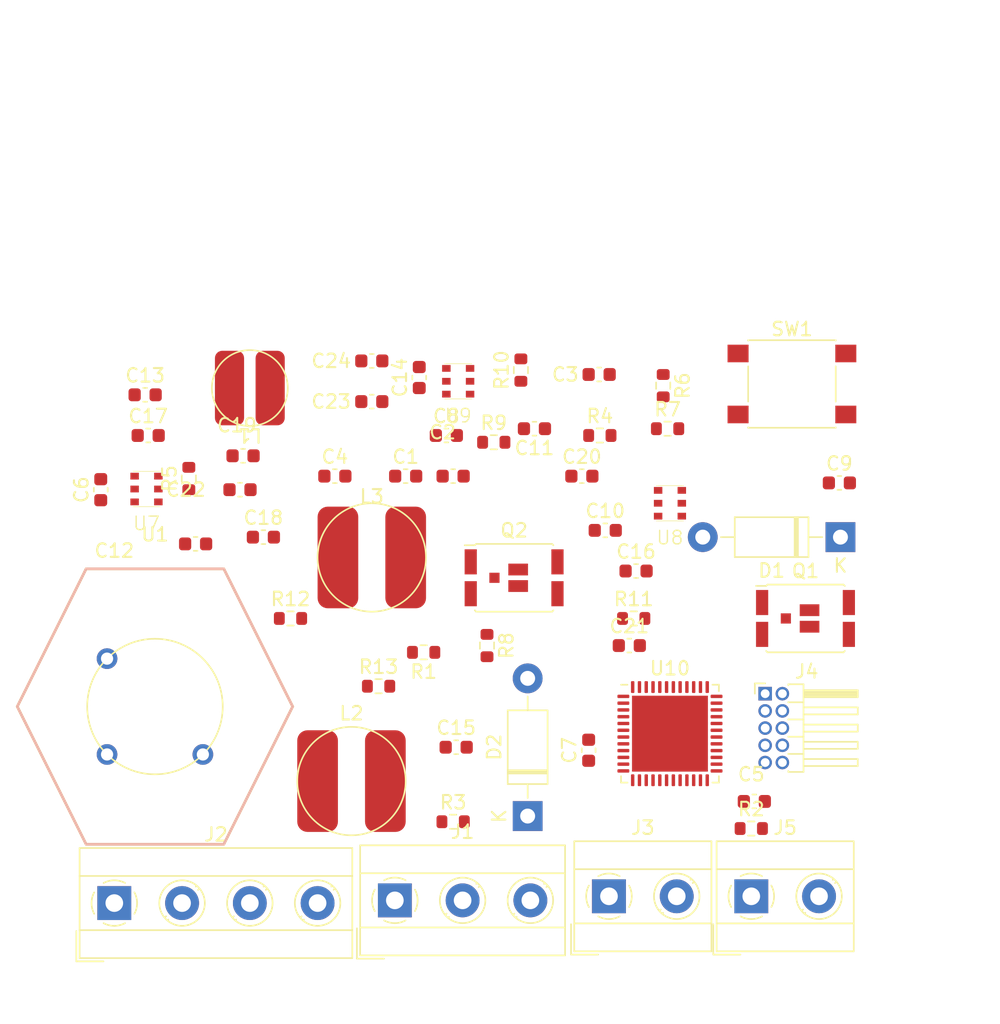
<source format=kicad_pcb>
(kicad_pcb (version 20211014) (generator pcbnew)
  (layers (0 "F.Cu" signal) (31 "B.Cu" signal) (34 "B.Paste" user) (35 "F.Paste" user) (36 "B.SilkS" user "B.Silkscreen") (37 "F.SilkS" user "F.Silkscreen") (38 "B.Mask" user) (39 "F.Mask" user) (44 "Edge.Cuts" user))
  (net 0 "")
  (net 1 "GND12V")
  (net 2 "Net-(C5-Pad2)")
  (net 3 "+5V")
  (net 4 "temper")
  (net 5 "I2C_1_SDA")
  (net 6 "I2C_1_CLK")
  (net 7 "+BATT")
  (net 8 "+3.3V")
  (net 9 "SWDIO")
  (net 10 "SWDLK")
  (net 11 "TDO")
  (net 13 "TDI")
  (net 15 "RST")
  (net 16 "Net-(C6-Pad1)")
  (net 17 "Net-(C10-Pad1)")
  (net 18 "+12V")
  (net 19 "Net-(C14-Pad1)")
  (net 20 "peri_power_1")
  (net 21 "peri_power_2")
  (net 22 "Net-(C6-Pad2)")
  (net 23 "Net-(R4-Pad2)")
  (net 24 "Net-(C10-Pad2)")
  (net 25 "Net-(R6-Pad2)")
  (net 26 "Net-(C14-Pad2)")
  (net 27 "Net-(R10-Pad1)")
  (net 41 "pres")
  (net 42 "acoustic")
  (net 45 "3.3V_GND")
  (net 55 "ch4_B")
  (net 56 "Net-(C18-Pad2)")
  (net 57 "ch4_A")
  (net 58 "Net-(BZ1-Pad1)")
  (net 59 "Net-(R12-Pad2)")
  (net 60 "Net-(U1-Pad1)")
  (net 61 "Net-(U1-Pad3)")
  (footprint "TerminalBlock_MetzConnect:TerminalBlock_MetzConnect_Type055_RT01502HDWU_1x02_P5.00mm_Horizontal" (layer "F.Cu") (at 150.5 114)
    (fp_text reference "J3" (at 2.5 -5.06) (layer "F.SilkS"))
    (fp_text value "Screw_Terminal_01x02")
    (pad "1" thru_hole rect (at 0 0) (size 2.5 2.5) (drill 1.3) (layers *.Cu *.Mask) (net 7 "+BATT"))
    (pad "2" thru_hole circle (at 5 0) (size 2.5 2.5) (drill 1.3) (layers *.Cu *.Mask) (net 1 "GND12V"))
  )
  (footprint "Capacitor_SMD:C_0603_1608Metric" (layer "F.Cu") (at 149 103.225 90)
    (fp_text reference "C7" (at 0 -1.43 90) (layer "F.SilkS"))
    (fp_text value "10uF 4.5 mR")
    (pad "1" smd roundrect (at -0.775 0 90) (size 0.9 0.95) (layers "F.Cu" "F.Paste" "F.Mask") (net 8 "+3.3V"))
    (pad "2" smd roundrect (at 0.775 0 90) (size 0.9 0.95) (layers "F.Cu" "F.Paste" "F.Mask") (net 1 "GND12V"))
  )
  (footprint "Diode_THT:D_DO-41_SOD81_P10.16mm_Horizontal" (layer "F.Cu") (at 167.58 87.5 180)
    (fp_text reference "D1" (at 5.08 -2.47) (layer "F.SilkS"))
    (fp_text value "1N4004")
    (fp_text user "K" (at 0 -2.1) (layer "F.SilkS"))
    (pad "1" thru_hole rect (at 0 0 180) (size 2.2 2.2) (drill 1.1) (layers *.Cu *.Mask) (net 1 "GND12V"))
    (pad "2" thru_hole oval (at 10.16 0 180) (size 2.2 2.2) (drill 1.1) (layers *.Cu *.Mask) (net 2 "Net-(C5-Pad2)"))
  )
  (footprint "Capacitor_SMD:C_0603_1608Metric" (layer "F.Cu") (at 148.5 83)
    (fp_text reference "C20" (at 0 -1.43) (layer "F.SilkS"))
    (fp_text value "100nF")
    (pad "1" smd roundrect (at -0.775 0) (size 0.9 0.95) (layers "F.Cu" "F.Paste" "F.Mask") (net 8 "+3.3V"))
    (pad "2" smd roundrect (at 0.775 0) (size 0.9 0.95) (layers "F.Cu" "F.Paste" "F.Mask") (net 45 "3.3V_GND"))
  )
  (footprint "Capacitor_SMD:C_0603_1608Metric" (layer "F.Cu") (at 139.225 103)
    (fp_text reference "C15" (at 0 -1.43) (layer "F.SilkS"))
    (fp_text value "10uF 2.2mR")
    (pad "1" smd roundrect (at -0.775 0) (size 0.9 0.95) (layers "F.Cu" "F.Paste" "F.Mask") (net 3 "+5V"))
    (pad "2" smd roundrect (at 0.775 0) (size 0.9 0.95) (layers "F.Cu" "F.Paste" "F.Mask") (net 1 "GND12V"))
  )
  (footprint "Capacitor_SMD:C_0603_1608Metric" (layer "F.Cu") (at 116.5 80)
    (fp_text reference "C17" (at 0 -1.43) (layer "F.SilkS"))
    (fp_text value "100nF 20mR")
    (pad "1" smd roundrect (at -0.775 0) (size 0.9 0.95) (layers "F.Cu" "F.Paste" "F.Mask") (net 7 "+BATT"))
    (pad "2" smd roundrect (at 0.775 0) (size 0.9 0.95) (layers "F.Cu" "F.Paste" "F.Mask") (net 1 "GND12V"))
  )
  (footprint "Connector_PinHeader_1.27mm:PinHeader_2x05_P1.27mm_Horizontal" (layer "F.Cu") (at 162.025 99.05)
    (fp_text reference "J4" (at 3.0675 -1.635) (layer "F.SilkS"))
    (fp_text value "Conn_ARM_JTAG_SWD_10")
    (pad "1" thru_hole rect (at 0 0) (size 1 1) (drill 0.65) (layers *.Cu *.Mask) (net 8 "+3.3V"))
    (pad "2" thru_hole oval (at 1.27 0) (size 1 1) (drill 0.65) (layers *.Cu *.Mask) (net 9 "SWDIO"))
    (pad "3" thru_hole oval (at 0 1.27) (size 1 1) (drill 0.65) (layers *.Cu *.Mask) (net 1 "GND12V"))
    (pad "4" thru_hole oval (at 1.27 1.27) (size 1 1) (drill 0.65) (layers *.Cu *.Mask) (net 10 "SWDLK"))
    (pad "5" thru_hole oval (at 0 2.54) (size 1 1) (drill 0.65) (layers *.Cu *.Mask) (net 1 "GND12V"))
    (pad "6" thru_hole oval (at 1.27 2.54) (size 1 1) (drill 0.65) (layers *.Cu *.Mask) (net 11 "TDO"))
    (pad "7" thru_hole oval (at 0 3.81) (size 1 1) (drill 0.65) (layers *.Cu *.Mask))
    (pad "8" thru_hole oval (at 1.27 3.81) (size 1 1) (drill 0.65) (layers *.Cu *.Mask) (net 13 "TDI"))
    (pad "9" thru_hole oval (at 0 5.08) (size 1 1) (drill 0.65) (layers *.Cu *.Mask))
    (pad "10" thru_hole oval (at 1.27 5.08) (size 1 1) (drill 0.65) (layers *.Cu *.Mask) (net 15 "RST"))
  )
  (footprint "Capacitor_SMD:C_0603_1608Metric" (layer "F.Cu") (at 133 77.5)
    (fp_text reference "C23" (at -3 0) (layer "F.SilkS"))
    (fp_text value "100nF")
    (pad "1" smd roundrect (at -0.775 0) (size 0.9 0.95) (layers "F.Cu" "F.Paste" "F.Mask") (net 8 "+3.3V"))
    (pad "2" smd roundrect (at 0.775 0) (size 0.9 0.95) (layers "F.Cu" "F.Paste" "F.Mask") (net 1 "GND12V"))
  )
  (footprint "Resistor_SMD:R_0603_1608Metric" (layer "F.Cu") (at 119.5 83.175 90)
    (fp_text reference "R5" (at 0 -1.43 90) (layer "F.SilkS"))
    (fp_text value "22kR")
    (pad "1" smd roundrect (at -0.825 0 90) (size 0.8 0.95) (layers "F.Cu" "F.Paste" "F.Mask") (net 23 "Net-(R4-Pad2)"))
    (pad "2" smd roundrect (at 0.825 0 90) (size 0.8 0.95) (layers "F.Cu" "F.Paste" "F.Mask") (net 1 "GND12V"))
  )
  (footprint "Resistor_SMD:R_0603_1608Metric" (layer "F.Cu") (at 136.825 96 180)
    (fp_text reference "R1" (at 0 -1.43) (layer "F.SilkS"))
    (fp_text value "4.7KR")
    (pad "1" smd roundrect (at -0.825 0 180) (size 0.8 0.95) (layers "F.Cu" "F.Paste" "F.Mask") (net 3 "+5V"))
    (pad "2" smd roundrect (at 0.825 0 180) (size 0.8 0.95) (layers "F.Cu" "F.Paste" "F.Mask") (net 4 "temper"))
  )
  (footprint "m12:m12con" (layer "F.Cu") (at 117 100)
    (fp_text reference "U1" (at 0 -12.7 unlocked) (layer "F.SilkS"))
    (fp_text value "4002B")
    (pad "1" thru_hole circle (at -3.535 -3.535) (size 1.524 1.524) (drill 0.9) (layers *.Cu *.Mask) (net 60 "Net-(U1-Pad1)"))
    (pad "2" thru_hole circle (at -3.535 3.535) (size 1.524 1.524) (drill 0.9) (layers *.Cu *.Mask) (net 41 "pres"))
    (pad "3" thru_hole circle (at 3.535 3.535) (size 1.524 1.524) (drill 0.9) (layers *.Cu *.Mask) (net 61 "Net-(U1-Pad3)"))
  )
  (footprint "Resistor_SMD:R_0603_1608Metric" (layer "F.Cu") (at 144 75.175 90)
    (fp_text reference "R10" (at 0 -1.43 90) (layer "F.SilkS"))
    (fp_text value "22kR")
    (pad "1" smd roundrect (at -0.825 0 90) (size 0.8 0.95) (layers "F.Cu" "F.Paste" "F.Mask") (net 27 "Net-(R10-Pad1)"))
    (pad "2" smd roundrect (at 0.825 0 90) (size 0.8 0.95) (layers "F.Cu" "F.Paste" "F.Mask") (net 1 "GND12V"))
  )
  (footprint "Resistor_SMD:R_0603_1608Metric" (layer "F.Cu") (at 152.325 93.5)
    (fp_text reference "R11" (at 0 -1.43) (layer "F.SilkS"))
    (fp_text value "10kR")
    (pad "1" smd roundrect (at -0.825 0) (size 0.8 0.95) (layers "F.Cu" "F.Paste" "F.Mask") (net 1 "GND12V"))
    (pad "2" smd roundrect (at 0.825 0) (size 0.8 0.95) (layers "F.Cu" "F.Paste" "F.Mask") (net 21 "peri_power_2"))
  )
  (footprint "Resistor_SMD:R_0603_1608Metric" (layer "F.Cu") (at 133.5 98.5)
    (fp_text reference "R13" (at 0 -1.43) (layer "F.SilkS"))
    (fp_text value "500kR")
    (pad "1" smd roundrect (at -0.825 0) (size 0.8 0.95) (layers "F.Cu" "F.Paste" "F.Mask") (net 59 "Net-(R12-Pad2)"))
    (pad "2" smd roundrect (at 0.825 0) (size 0.8 0.95) (layers "F.Cu" "F.Paste" "F.Mask") (net 1 "GND12V"))
  )
  (footprint "Capacitor_SMD:C_0603_1608Metric" (layer "F.Cu") (at 125 87.5)
    (fp_text reference "C18" (at 0 -1.43) (layer "F.SilkS"))
    (fp_text value "100nF")
    (pad "1" smd roundrect (at -0.775 0) (size 0.9 0.95) (layers "F.Cu" "F.Paste" "F.Mask") (net 1 "GND12V"))
    (pad "2" smd roundrect (at 0.775 0) (size 0.9 0.95) (layers "F.Cu" "F.Paste" "F.Mask") (net 56 "Net-(C18-Pad2)"))
  )
  (footprint "Capacitor_SMD:C_0603_1608Metric" (layer "F.Cu") (at 167.5 83.5)
    (fp_text reference "C9" (at 0 -1.43) (layer "F.SilkS"))
    (fp_text value "100nF 3mR")
    (pad "1" smd roundrect (at -0.775 0) (size 0.9 0.95) (layers "F.Cu" "F.Paste" "F.Mask") (net 7 "+BATT"))
    (pad "2" smd roundrect (at 0.775 0) (size 0.9 0.95) (layers "F.Cu" "F.Paste" "F.Mask") (net 1 "GND12V"))
  )
  (footprint "inductor:NPI75C150MTRF" (layer "F.Cu") (at 131.5 105.5)
    (fp_text reference "L2" (at 0 -5 unlocked) (layer "F.SilkS"))
    (fp_text value "15uH 90mR 1.6A")
    (pad "1" smd roundrect (at -2.5 0) (size 3 7.5) (layers "F.Cu" "F.Paste" "F.Mask") (net 17 "Net-(C10-Pad1)"))
    (pad "2" smd roundrect (at 2.5 0) (size 3 7.5) (layers "F.Cu" "F.Paste" "F.Mask") (net 18 "+12V"))
  )
  (footprint "Capacitor_SMD:C_0603_1608Metric" (layer "F.Cu") (at 130.275 83)
    (fp_text reference "C4" (at 0 -1.43) (layer "F.SilkS"))
    (fp_text value "100nF")
    (pad "1" smd roundrect (at -0.775 0) (size 0.9 0.95) (layers "F.Cu" "F.Paste" "F.Mask") (net 3 "+5V"))
    (pad "2" smd roundrect (at 0.775 0) (size 0.9 0.95) (layers "F.Cu" "F.Paste" "F.Mask") (net 1 "GND12V"))
  )
  (footprint "Capacitor_SMD:C_0603_1608Metric" (layer "F.Cu") (at 139 83)
    (fp_text reference "C2" (at -0.78 -3.24) (layer "F.SilkS"))
    (fp_text value "100nF")
    (pad "1" smd roundrect (at -0.775 0) (size 0.9 0.95) (layers "F.Cu" "F.Paste" "F.Mask") (net 18 "+12V"))
    (pad "2" smd roundrect (at 0.775 0) (size 0.9 0.95) (layers "F.Cu" "F.Paste" "F.Mask") (net 1 "GND12V"))
  )
  (footprint "Diode_THT:D_DO-41_SOD81_P10.16mm_Horizontal" (layer "F.Cu") (at 144.5 108.08 90)
    (fp_text reference "D2" (at 5.08 -2.47 90) (layer "F.SilkS"))
    (fp_text value "1N4004")
    (fp_text user "K" (at 0 -2.1 90) (layer "F.SilkS"))
    (pad "1" thru_hole rect (at 0 0 90) (size 2.2 2.2) (drill 1.1) (layers *.Cu *.Mask) (net 2 "Net-(C5-Pad2)"))
    (pad "2" thru_hole oval (at 10.16 0 90) (size 2.2 2.2) (drill 1.1) (layers *.Cu *.Mask) (net 1 "GND12V"))
  )
  (footprint "Capacitor_SMD:C_0603_1608Metric" (layer "F.Cu") (at 116.275 77)
    (fp_text reference "C13" (at 0 -1.43) (layer "F.SilkS"))
    (fp_text value "100nF 3mR")
    (pad "1" smd roundrect (at -0.775 0) (size 0.9 0.95) (layers "F.Cu" "F.Paste" "F.Mask") (net 7 "+BATT"))
    (pad "2" smd roundrect (at 0.775 0) (size 0.9 0.95) (layers "F.Cu" "F.Paste" "F.Mask") (net 1 "GND12V"))
  )
  (footprint "Button_Switch_SMD:SW_Push_1P1T_NO_6x6mm_H9.5mm" (layer "F.Cu") (at 164 76.2)
    (fp_text reference "SW1" (at 0 -4.05) (layer "F.SilkS"))
    (fp_text value "SW_Push")
    (pad "1" smd rect (at -3.975 -2.25) (size 1.55 1.3) (layers "F.Cu" "F.Paste" "F.Mask") (net 8 "+3.3V"))
    (pad "1" smd rect (at 3.975 -2.25) (size 1.55 1.3) (layers "F.Cu" "F.Paste" "F.Mask") (net 8 "+3.3V"))
    (pad "2" smd rect (at -3.975 2.25) (size 1.55 1.3) (layers "F.Cu" "F.Paste" "F.Mask") (net 59 "Net-(R12-Pad2)"))
    (pad "2" smd rect (at 3.975 2.25) (size 1.55 1.3) (layers "F.Cu" "F.Paste" "F.Mask") (net 59 "Net-(R12-Pad2)"))
  )
  (footprint "Capacitor_SMD:C_0603_1608Metric" (layer "F.Cu") (at 150.225 87)
    (fp_text reference "C10" (at 0 -1.43) (layer "F.SilkS"))
    (fp_text value "100nF 1mR")
    (pad "1" smd roundrect (at -0.775 0) (size 0.9 0.95) (layers "F.Cu" "F.Paste" "F.Mask") (net 17 "Net-(C10-Pad1)"))
    (pad "2" smd roundrect (at 0.775 0) (size 0.9 0.95) (layers "F.Cu" "F.Paste" "F.Mask") (net 24 "Net-(C10-Pad2)"))
  )
  (footprint "Capacitor_SMD:C_0603_1608Metric" (layer "F.Cu") (at 152 95.5)
    (fp_text reference "C21" (at 0 -1.43) (layer "F.SilkS"))
    (fp_text value "100nF")
    (pad "1" smd roundrect (at -0.775 0) (size 0.9 0.95) (layers "F.Cu" "F.Paste" "F.Mask") (net 8 "+3.3V"))
    (pad "2" smd roundrect (at 0.775 0) (size 0.9 0.95) (layers "F.Cu" "F.Paste" "F.Mask") (net 45 "3.3V_GND"))
  )
  (footprint "Resistor_SMD:R_0603_1608Metric" (layer "F.Cu") (at 142 80.5)
    (fp_text reference "R9" (at 0 -1.43) (layer "F.SilkS"))
    (fp_text value "115kR")
    (pad "1" smd roundrect (at -0.825 0) (size 0.8 0.95) (layers "F.Cu" "F.Paste" "F.Mask") (net 3 "+5V"))
    (pad "2" smd roundrect (at 0.825 0) (size 0.8 0.95) (layers "F.Cu" "F.Paste" "F.Mask") (net 27 "Net-(R10-Pad1)"))
  )
  (footprint "Capacitor_SMD:C_0603_1608Metric" (layer "F.Cu") (at 113 84 90)
    (fp_text reference "C6" (at 0 -1.43 90) (layer "F.SilkS"))
    (fp_text value "100nF 1mR")
    (pad "1" smd roundrect (at -0.775 0 90) (size 0.9 0.95) (layers "F.Cu" "F.Paste" "F.Mask") (net 16 "Net-(C6-Pad1)"))
    (pad "2" smd roundrect (at 0.775 0 90) (size 0.9 0.95) (layers "F.Cu" "F.Paste" "F.Mask") (net 22 "Net-(C6-Pad2)"))
  )
  (footprint "LMR:lmr" (layer "F.Cu") (at 116.375 83.95)
    (fp_text reference "U7" (at 0 2.54 unlocked) (layer "F.SilkS") (effects (font (thickness 0.1))))
    (fp_text value "LMR54406DBVR")
    (pad "1" smd rect (at -0.875 -0.95) (size 0.625 0.5) (layers "F.Cu" "F.Paste" "F.Mask") (net 22 "Net-(C6-Pad2)"))
    (pad "2" smd rect (at -0.875 0) (size 0.625 0.5) (layers "F.Cu" "F.Paste" "F.Mask") (net 7 "+BATT"))
    (pad "3" smd rect (at -0.875 0.95) (size 0.625 0.5) (layers "F.Cu" "F.Paste" "F.Mask") (net 7 "+BATT"))
    (pad "4" smd rect (at 0.875 0.95) (size 0.625 0.5) (layers "F.Cu" "F.Paste" "F.Mask") (net 16 "Net-(C6-Pad1)"))
    (pad "5" smd rect (at 0.875 0) (size 0.625 0.5) (layers "F.Cu" "F.Paste" "F.Mask") (net 23 "Net-(R4-Pad2)"))
    (pad "6" smd rect (at 0.875 -0.95) (size 0.625 0.5) (layers "F.Cu" "F.Paste" "F.Mask") (net 1 "GND12V"))
  )
  (footprint "inductor:NPI54C120MTRF" (layer "F.Cu") (at 124 76.5 180)
    (fp_text reference "L1" (at 0 -3.5 180 unlocked) (layer "F.SilkS"))
    (fp_text value "12uH 100mR 1.6A")
    (pad "1" smd roundrect (at -1.5 0 180) (size 2.15 5.5) (layers "F.Cu" "F.Paste" "F.Mask") (net 16 "Net-(C6-Pad1)"))
    (pad "2" smd roundrect (at 1.5 0 180) (size 2.15 5.5) (layers "F.Cu" "F.Paste" "F.Mask") (net 8 "+3.3V"))
  )
  (footprint "Resistor_SMD:R_0603_1608Metric" (layer "F.Cu") (at 154.5 76.325 -90)
    (fp_text reference "R6" (at 0 -1.43 90) (layer "F.SilkS"))
    (fp_text value "309kR")
    (pad "1" smd roundrect (at -0.825 0 270) (size 0.8 0.95) (layers "F.Cu" "F.Paste" "F.Mask") (net 18 "+12V"))
    (pad "2" smd roundrect (at 0.825 0 270) (size 0.8 0.95) (layers "F.Cu" "F.Paste" "F.Mask") (net 25 "Net-(R6-Pad2)"))
  )
  (footprint "LMR:lmr" (layer "F.Cu") (at 139.375 76)
    (fp_text reference "U9" (at 0 2.54 unlocked) (layer "F.SilkS") (effects (font (thickness 0.1))))
    (fp_text value "LMR54406DBVR")
    (pad "1" smd rect (at -0.875 -0.95) (size 0.625 0.5) (layers "F.Cu" "F.Paste" "F.Mask") (net 26 "Net-(C14-Pad2)"))
    (pad "2" smd rect (at -0.875 0) (size 0.625 0.5) (layers "F.Cu" "F.Paste" "F.Mask") (net 7 "+BATT"))
    (pad "3" smd rect (at -0.875 0.95) (size 0.625 0.5) (layers "F.Cu" "F.Paste" "F.Mask") (net 7 "+BATT"))
    (pad "4" smd rect (at 0.875 0.95) (size 0.625 0.5) (layers "F.Cu" "F.Paste" "F.Mask") (net 19 "Net-(C14-Pad1)"))
    (pad "5" smd rect (at 0.875 0) (size 0.625 0.5) (layers "F.Cu" "F.Paste" "F.Mask") (net 27 "Net-(R10-Pad1)"))
    (pad "6" smd rect (at 0.875 -0.95) (size 0.625 0.5) (layers "F.Cu" "F.Paste" "F.Mask") (net 1 "GND12V"))
  )
  (footprint "Resistor_SMD:R_0603_1608Metric" (layer "F.Cu") (at 154.825 79.5)
    (fp_text reference "R7" (at 0 -1.43) (layer "F.SilkS"))
    (fp_text value "22kR")
    (pad "1" smd roundrect (at -0.825 0) (size 0.8 0.95) (layers "F.Cu" "F.Paste" "F.Mask") (net 25 "Net-(R6-Pad2)"))
    (pad "2" smd roundrect (at 0.825 0) (size 0.8 0.95) (layers "F.Cu" "F.Paste" "F.Mask") (net 1 "GND12V"))
  )
  (footprint "Capacitor_SMD:C_0603_1608Metric" (layer "F.Cu") (at 135.5 83)
    (fp_text reference "C1" (at 0 -1.43) (layer "F.SilkS"))
    (fp_text value "100nF")
    (pad "1" smd roundrect (at -0.775 0) (size 0.9 0.95) (layers "F.Cu" "F.Paste" "F.Mask") (net 3 "+5V"))
    (pad "2" smd roundrect (at 0.775 0) (size 0.9 0.95) (layers "F.Cu" "F.Paste" "F.Mask") (net 1 "GND12V"))
  )
  (footprint "Package_DFN_QFN:QFN-48-1EP_7x7mm_P0.5mm_EP5.6x5.6mm" (layer "F.Cu") (at 155 102)
    (fp_text reference "U10" (at 0 -4.82) (layer "F.SilkS"))
    (fp_text value "STM32F103CBUx")
    (pad "1" smd roundrect (at -3.4375 -2.75) (size 0.875 0.25) (layers "F.Cu" "F.Paste" "F.Mask") (net 8 "+3.3V"))
    (pad "2" smd roundrect (at -3.4375 -2.25) (size 0.875 0.25) (layers "F.Cu" "F.Paste" "F.Mask"))
    (pad "3" smd roundrect (at -3.4375 -1.75) (size 0.875 0.25) (layers "F.Cu" "F.Paste" "F.Mask"))
    (pad "4" smd roundrect (at -3.4375 -1.25) (size 0.875 0.25) (layers "F.Cu" "F.Paste" "F.Mask"))
    (pad "5" smd roundrect (at -3.4375 -0.75) (size 0.875 0.25) (layers "F.Cu" "F.Paste" "F.Mask"))
    (pad "6" smd roundrect (at -3.4375 -0.25) (size 0.875 0.25) (layers "F.Cu" "F.Paste" "F.Mask"))
    (pad "7" smd roundrect (at -3.4375 0.25) (size 0.875 0.25) (layers "F.Cu" "F.Paste" "F.Mask") (net 15 "RST"))
    (pad "8" smd roundrect (at -3.4375 0.75) (size 0.875 0.25) (layers "F.Cu" "F.Paste" "F.Mask") (net 1 "GND12V"))
    (pad "9" smd roundrect (at -3.4375 1.25) (size 0.875 0.25) (layers "F.Cu" "F.Paste" "F.Mask") (net 8 "+3.3V"))
    (pad "10" smd roundrect (at -3.4375 1.75) (size 0.875 0.25) (layers "F.Cu" "F.Paste" "F.Mask"))
    (pad "11" smd roundrect (at -3.4375 2.25) (size 0.875 0.25) (layers "F.Cu" "F.Paste" "F.Mask"))
    (pad "12" smd roundrect (at -3.4375 2.75) (size 0.875 0.25) (layers "F.Cu" "F.Paste" "F.Mask"))
    (pad "13" smd roundrect (at -2.75 3.4375) (size 0.25 0.875) (layers "F.Cu" "F.Paste" "F.Mask"))
    (pad "14" smd roundrect (at -2.25 3.4375) (size 0.25 0.875) (layers "F.Cu" "F.Paste" "F.Mask"))
    (pad "15" smd roundrect (at -1.75 3.4375) (size 0.25 0.875) (layers "F.Cu" "F.Paste" "F.Mask"))
    (pad "16" smd roundrect (at -1.25 3.4375) (size 0.25 0.875) (layers "F.Cu" "F.Paste" "F.Mask"))
    (pad "17" smd roundrect (at -0.75 3.4375) (size 0.25 0.875) (layers "F.Cu" "F.Paste" "F.Mask"))
    (pad "18" smd roundrect (at -0.25 3.4375) (size 0.25 0.875) (layers "F.Cu" "F.Paste" "F.Mask") (net 4 "temper"))
    (pad "19" smd roundrect (at 0.25 3.4375) (size 0.25 0.875) (layers "F.Cu" "F.Paste" "F.Mask") (net 41 "pres"))
    (pad "20" smd roundrect (at 0.75 3.4375) (size 0.25 0.875) (layers "F.Cu" "F.Paste" "F.Mask") (net 42 "acoustic"))
    (pad "21" smd roundrect (at 1.25 3.4375) (size 0.25 0.875) (layers "F.Cu" "F.Paste" "F.Mask"))
    (pad "22" smd roundrect (at 1.75 3.4375) (size 0.25 0.875) (layers "F.Cu" "F.Paste" "F.Mask"))
    (pad "23" smd roundrect (at 2.25 3.4375) (size 0.25 0.875) (layers "F.Cu" "F.Paste" "F.Mask") (net 45 "3.3V_GND"))
    (pad "24" smd roundrect (at 2.75 3.4375) (size 0.25 0.875) (layers "F.Cu" "F.Paste" "F.Mask") (net 8 "+3.3V"))
    (pad "25" smd roundrect (at 3.4375 2.75) (size 0.875 0.25) (layers "F.Cu" "F.Paste" "F.Mask"))
    (pad "26" smd roundrect (at 3.4375 2.25) (size 0.875 0.25) (layers "F.Cu" "F.Paste" "F.Mask"))
    (pad "27" smd roundrect (at 3.4375 1.75) (size 0.875 0.25) (layers "F.Cu" "F.Paste" "F.Mask"))
    (pad "28" smd roundrect (at 3.4375 1.25) (size 0.875 0.25) (layers "F.Cu" "F.Paste" "F.Mask"))
    (pad "29" smd roundrect (at 3.4375 0.75) (size 0.875 0.25) (layers "F.Cu" "F.Paste" "F.Mask"))
    (pad "30" smd roundrect (at 3.4375 0.25) (size 0.875 0.25) (layers "F.Cu" "F.Paste" "F.Mask"))
    (pad "31" smd roundrect (at 3.4375 -0.25) (size 0.875 0.25) (layers "F.Cu" "F.Paste" "F.Mask"))
    (pad "32" smd roundrect (at 3.4375 -0.75) (size 0.875 0.25) (layers "F.Cu" "F.Paste" "F.Mask"))
    (pad "33" smd roundrect (at 3.4375 -1.25) (size 0.875 0.25) (layers "F.Cu" "F.Paste" "F.Mask"))
    (pad "34" smd roundrect (at 3.4375 -1.75) (size 0.875 0.25) (layers "F.Cu" "F.Paste" "F.Mask") (net 9 "SWDIO"))
    (pad "35" smd roundrect (at 3.4375 -2.25) (size 0.875 0.25) (layers "F.Cu" "F.Paste" "F.Mask") (net 45 "3.3V_GND"))
    (pad "36" smd roundrect (at 3.4375 -2.75) (size 0.875 0.25) (layers "F.Cu" "F.Paste" "F.Mask") (net 8 "+3.3V"))
    (pad "37" smd roundrect (at 2.75 -3.4375) (size 0.25 0.875) (layers "F.Cu" "F.Paste" "F.Mask") (net 10 "SWDLK"))
    (pad "38" smd roundrect (at 2.25 -3.4375) (size 0.25 0.875) (layers "F.Cu" "F.Paste" "F.Mask") (net 13 "TDI"))
    (pad "39" smd roundrect (at 1.75 -3.4375) (size 0.25 0.875) (layers "F.Cu" "F.Paste" "F.Mask") (net 11 "TDO"))
    (pad "40" smd roundrect (at 1.25 -3.4375) (size 0.25 0.875) (layers "F.Cu" "F.Paste" "F.Mask") (net 55 "ch4_B"))
    (pad "41" smd roundrect (at 0.75 -3.4375) (size 0.25 0.875) (layers "F.Cu" "F.Paste" "F.Mask") (net 20 "peri_power_1"))
    (pad "42" smd roundrect (at 0.25 -3.4375) (size 0.25 0.875) (layers "F.Cu" "F.Paste" "F.Mask") (net 6 "I2C_1_CLK"))
    (pad "43" smd roundrect (at -0.25 -3.4375) (size 0.25 0.875) (layers "F.Cu" "F.Paste" "F.Mask") (net 5 "I2C_1_SDA"))
    (pad "44" smd roundrect (at -0.75 -3.4375) (size 0.25 0.875) (layers "F.Cu" "F.Paste" "F.Mask") (net 56 "Net-(C18-Pad2)"))
    (pad "45" smd roundrect (at -1.25 -3.4375) (size 0.25 0.875) (layers "F.Cu" "F.Paste" "F.Mask") (net 21 "peri_power_2"))
    (pad "46" smd roundrect (at -1.75 -3.4375) (size 0.25 0.875) (layers "F.Cu" "F.Paste" "F.Mask") (net 57 "ch4_A"))
    (pad "47" smd roundrect (at -2.25 -3.4375) (size 0.25 0.875) (layers "F.Cu" "F.Paste" "F.Mask") (net 45 "3.3V_GND"))
    (pad "48" smd roundrect (at -2.75 -3.4375) (size 0.25 0.875) (layers "F.Cu" "F.Paste" "F.Mask") (net 8 "+3.3V"))
    (pad "49" smd rect (at 0 0) (size 5.6 5.6) (layers "F.Cu" "F.Mask") (net 45 "3.3V_GND"))
  )
  (footprint "TerminalBlock_MetzConnect:TerminalBlock_MetzConnect_Type055_RT01503HDWU_1x03_P5.00mm_Horizontal" (layer "F.Cu") (at 134.7 114.3)
    (fp_text reference "J1" (at 5 -5.06) (layer "F.SilkS"))
    (fp_text value "Screw_Terminal_01x03")
    (pad "1" thru_hole rect (at 0 0) (size 2.5 2.5) (drill 1.3) (layers *.Cu *.Mask) (net 3 "+5V"))
    (pad "2" thru_hole circle (at 5 0) (size 2.5 2.5) (drill 1.3) (layers *.Cu *.Mask) (net 1 "GND12V"))
    (pad "3" thru_hole circle (at 10 0) (size 2.5 2.5) (drill 1.3) (layers *.Cu *.Mask) (net 4 "temper"))
  )
  (footprint "Capacitor_SMD:C_0603_1608Metric" (layer "F.Cu") (at 149.775 75.5 180)
    (fp_text reference "C3" (at 2.5 0) (layer "F.SilkS"))
    (fp_text value "100nF")
    (pad "1" smd roundrect (at -0.775 0 180) (size 0.9 0.95) (layers "F.Cu" "F.Paste" "F.Mask") (net 18 "+12V"))
    (pad "2" smd roundrect (at 0.775 0 180) (size 0.9 0.95) (layers "F.Cu" "F.Paste" "F.Mask") (net 1 "GND12V"))
  )
  (footprint "LMR:lmr" (layer "F.Cu") (at 155 85)
    (fp_text reference "U8" (at 0 2.54 unlocked) (layer "F.SilkS") (effects (font (thickness 0.1))))
    (fp_text value "LMR54406DBVR")
    (pad "1" smd rect (at -0.875 -0.95) (size 0.625 0.5) (layers "F.Cu" "F.Paste" "F.Mask") (net 24 "Net-(C10-Pad2)"))
    (pad "2" smd rect (at -0.875 0) (size 0.625 0.5) (layers "F.Cu" "F.Paste" "F.Mask") (net 7 "+BATT"))
    (pad "3" smd rect (at -0.875 0.95) (size 0.625 0.5) (layers "F.Cu" "F.Paste" "F.Mask") (net 7 "+BATT"))
    (pad "4" smd rect (at 0.875 0.95) (size 0.625 0.5) (layers "F.Cu" "F.Paste" "F.Mask") (net 17 "Net-(C10-Pad1)"))
    (pad "5" smd rect (at 0.875 0) (size 0.625 0.5) (layers "F.Cu" "F.Paste" "F.Mask") (net 25 "Net-(R6-Pad2)"))
    (pad "6" smd rect (at 0.875 -0.95) (size 0.625 0.5) (layers "F.Cu" "F.Paste" "F.Mask") (net 1 "GND12V"))
  )
  (footprint "inductor:NPI75C150MTRF" (layer "F.Cu") (at 133 89)
    (fp_text reference "L3" (at 0 -4.5 unlocked) (layer "F.SilkS"))
    (fp_text value "15uH 90mR 1.8A")
    (pad "1" smd roundrect (at -2.5 0) (size 3 7.5) (layers "F.Cu" "F.Paste" "F.Mask") (net 19 "Net-(C14-Pad1)"))
    (pad "2" smd roundrect (at 2.5 0) (size 3 7.5) (layers "F.Cu" "F.Paste" "F.Mask") (net 3 "+5V"))
  )
  (footprint "Resistor_SMD:R_0603_1608Metric" (layer "F.Cu") (at 127 93.5)
    (fp_text reference "R12" (at 0 -1.43) (layer "F.SilkS"))
    (fp_text value "10kR")
    (pad "1" smd roundrect (at -0.825 0) (size 0.8 0.95) (layers "F.Cu" "F.Paste" "F.Mask") (net 56 "Net-(C18-Pad2)"))
    (pad "2" smd roundrect (at 0.825 0) (size 0.8 0.95) (layers "F.Cu" "F.Paste" "F.Mask") (net 59 "Net-(R12-Pad2)"))
  )
  (footprint "Capacitor_SMD:C_0603_1608Metric" (layer "F.Cu") (at 152.5 90)
    (fp_text reference "C16" (at 0 -1.43) (layer "F.SilkS"))
    (fp_text value "10uF 4.5mR")
    (pad "1" smd roundrect (at -0.775 0) (size 0.9 0.95) (layers "F.Cu" "F.Paste" "F.Mask") (net 7 "+BATT"))
    (pad "2" smd roundrect (at 0.775 0) (size 0.9 0.95) (layers "F.Cu" "F.Paste" "F.Mask") (net 1 "GND12V"))
  )
  (footprint "Capacitor_SMD:C_0603_1608Metric" (layer "F.Cu") (at 123.275 84)
    (fp_text reference "C22" (at -4 0) (layer "F.SilkS"))
    (fp_text value "100nF")
    (pad "1" smd roundrect (at -0.775 0) (size 0.9 0.95) (layers "F.Cu" "F.Paste" "F.Mask") (net 8 "+3.3V"))
    (pad "2" smd roundrect (at 0.775 0) (size 0.9 0.95) (layers "F.Cu" "F.Paste" "F.Mask") (net 45 "3.3V_GND"))
  )
  (footprint "Resistor_SMD:R_0603_1608Metric" (layer "F.Cu") (at 161 109)
    (fp_text reference "R2" (at 0 -1.43) (layer "F.SilkS"))
    (fp_text value "100R")
    (pad "1" smd roundrect (at -0.825 0) (size 0.8 0.95) (layers "F.Cu" "F.Paste" "F.Mask") (net 2 "Net-(C5-Pad2)"))
    (pad "2" smd roundrect (at 0.825 0) (size 0.8 0.95) (layers "F.Cu" "F.Paste" "F.Mask") (net 58 "Net-(BZ1-Pad1)"))
  )
  (footprint "Capacitor_SMD:C_0603_1608Metric" (layer "F.Cu") (at 136.5 75.725 90)
    (fp_text reference "C14" (at 0 -1.43 90) (layer "F.SilkS"))
    (fp_text value "100nF 1mR")
    (pad "1" smd roundrect (at -0.775 0 90) (size 0.9 0.95) (layers "F.Cu" "F.Paste" "F.Mask") (net 19 "Net-(C14-Pad1)"))
    (pad "2" smd roundrect (at 0.775 0 90) (size 0.9 0.95) (layers "F.Cu" "F.Paste" "F.Mask") (net 26 "Net-(C14-Pad2)"))
  )
  (footprint "Capacitor_SMD:C_0603_1608Metric" (layer "F.Cu") (at 145 79.5 180)
    (fp_text reference "C11" (at 0 -1.43) (layer "F.SilkS"))
    (fp_text value "10uF 4.5mR")
    (pad "1" smd roundrect (at -0.775 0 180) (size 0.9 0.95) (layers "F.Cu" "F.Paste" "F.Mask") (net 18 "+12V"))
    (pad "2" smd roundrect (at 0.775 0 180) (size 0.9 0.95) (layers "F.Cu" "F.Paste" "F.Mask") (net 1 "GND12V"))
  )
  (footprint "Capacitor_SMD:C_0603_1608Metric" (layer "F.Cu") (at 138.5 80)
    (fp_text reference "C8" (at 0 -1.43) (layer "F.SilkS"))
    (fp_text value "10uF 4.5mR")
    (pad "1" smd roundrect (at -0.775 0) (size 0.9 0.95) (layers "F.Cu" "F.Paste" "F.Mask") (net 7 "+BATT"))
    (pad "2" smd roundrect (at 0.775 0) (size 0.9 0.95) (layers "F.Cu" "F.Paste" "F.Mask") (net 1 "GND12V"))
  )
  (footprint "Capacitor_SMD:C_0603_1608Metric" (layer "F.Cu") (at 133 74.5)
    (fp_text reference "C24" (at -3 0) (layer "F.SilkS"))
    (fp_text value "1uF")
    (pad "1" smd roundrect (at -0.775 0) (size 0.9 0.95) (layers "F.Cu" "F.Paste" "F.Mask") (net 8 "+3.3V"))
    (pad "2" smd roundrect (at 0.775 0) (size 0.9 0.95) (layers "F.Cu" "F.Paste" "F.Mask") (net 1 "GND12V"))
  )
  (footprint "TerminalBlock_MetzConnect:TerminalBlock_MetzConnect_Type055_RT01502HDWU_1x02_P5.00mm_Horizontal" (layer "F.Cu") (at 161 114)
    (fp_text reference "J5" (at 2.5 -5.06) (layer "F.SilkS"))
    (fp_text value "Screw_Terminal_01x02")
    (pad "1" thru_hole rect (at 0 0) (size 2.5 2.5) (drill 1.3) (layers *.Cu *.Mask) (net 58 "Net-(BZ1-Pad1)"))
    (pad "2" thru_hole circle (at 5 0) (size 2.5 2.5) (drill 1.3) (layers *.Cu *.Mask) (net 1 "GND12V"))
  )
  (footprint "Resistor_SMD:R_0603_1608Metric" (layer "F.Cu") (at 139 108.5)
    (fp_text reference "R3" (at 0 -1.43) (layer "F.SilkS"))
    (fp_text value "470k")
    (pad "1" smd roundrect (at -0.825 0) (size 0.8 0.95) (layers "F.Cu" "F.Paste" "F.Mask") (net 58 "Net-(BZ1-Pad1)"))
    (pad "2" smd roundrect (at 0.825 0) (size 0.8 0.95) (layers "F.Cu" "F.Paste" "F.Mask") (net 1 "GND12V"))
  )
  (footprint "Resistor_SMD:R_0603_1608Metric" (layer "F.Cu") (at 141.5 95.5 -90)
    (fp_text reference "R8" (at 0 -1.43 90) (layer "F.SilkS"))
    (fp_text value "10kR")
    (pad "1" smd roundrect (at -0.825 0 270) (size 0.8 0.95) (layers "F.Cu" "F.Paste" "F.Mask") (net 1 "GND12V"))
    (pad "2" smd roundrect (at 0.825 0 270) (size 0.8 0.95) (layers "F.Cu" "F.Paste" "F.Mask") (net 20 "peri_power_1"))
  )
  (footprint "Resistor_SMD:R_0603_1608Metric" (layer "F.Cu") (at 149.825 80)
    (fp_text reference "R4" (at 0 -1.43) (layer "F.SilkS"))
    (fp_text value "70kR")
    (pad "1" smd roundrect (at -0.825 0) (size 0.8 0.95) (layers "F.Cu" "F.Paste" "F.Mask") (net 8 "+3.3V"))
    (pad "2" smd roundrect (at 0.825 0) (size 0.8 0.95) (layers "F.Cu" "F.Paste" "F.Mask") (net 23 "Net-(R4-Pad2)"))
  )
  (footprint "Capacitor_SMD:C_0603_1608Metric" (layer "F.Cu") (at 161.225 107)
    (fp_text reference "C5" (at -0.225 -2) (layer "F.SilkS"))
    (fp_text value "0.1uF")
    (pad "1" smd roundrect (at -0.775 0) (size 0.9 0.95) (layers "F.Cu" "F.Paste" "F.Mask") (net 42 "acoustic"))
    (pad "2" smd roundrect (at 0.775 0) (size 0.9 0.95) (layers "F.Cu" "F.Paste" "F.Mask") (net 2 "Net-(C5-Pad2)"))
  )
  (footprint "Capacitor_SMD:C_0603_1608Metric" (layer "F.Cu") (at 123.5 81.5)
    (fp_text reference "C19" (at -0.455 -2.25) (layer "F.SilkS"))
    (fp_text value "10uF")
    (pad "1" smd roundrect (at -0.775 0) (size 0.9 0.95) (layers "F.Cu" "F.Paste" "F.Mask") (net 8 "+3.3V"))
    (pad "2" smd roundrect (at 0.775 0) (size 0.9 0.95) (layers "F.Cu" "F.Paste" "F.Mask") (net 45 "3.3V_GND"))
  )
  (footprint "Package_DirectFET:DirectFET_MX" (layer "F.Cu") (at 165 93.5)
    (fp_text reference "Q1" (at 0 -3.5) (layer "F.SilkS"))
    (fp_text value "IRF6616")
    (pad "1" smd rect (at 3.2 -1.175) (size 0.9 1.85) (layers "F.Cu" "F.Paste" "F.Mask") (net 1 "GND12V"))
    (pad "1" smd rect (at -3.2 -1.175) (size 0.9 1.85) (layers "F.Cu" "F.Paste" "F.Mask") (net 1 "GND12V"))
    (pad "1" smd rect (at 3.2 1.175) (size 0.9 1.85) (layers "F.Cu" "F.Paste" "F.Mask") (net 1 "GND12V"))
    (pad "1" smd rect (at -3.2 1.175) (size 0.9 1.85) (layers "F.Cu" "F.Paste" "F.Mask") (net 1 "GND12V"))
    (pad "2" smd rect (at -1.45 0) (size 0.75 0.75) (layers "F.Cu" "F.Paste" "F.Mask") (net 20 "peri_power_1"))
    (pad "3" smd rect (at 0.3 -0.61) (size 1.45 0.87) (layers "F.Cu" "F.Paste" "F.Mask") (net 1 "GND12V"))
    (pad "3" smd rect (at 0.3 0.61) (size 1.45 0.87) (layers "F.Cu" "F.Paste" "F.Mask") (net 1 "GND12V"))
  )
  (footprint "TerminalBlock_MetzConnect:TerminalBlock_MetzConnect_Type055_RT01504HDWU_1x04_P5.00mm_Horizontal" (layer "F.Cu") (at 114 114.5)
    (fp_text reference "J2" (at 7.5 -5.06) (layer "F.SilkS"))
    (fp_text value "Screw_Terminal_01x04")
    (pad "1" thru_hole rect (at 0 0) (size 2.5 2.5) (drill 1.3) (layers *.Cu *.Mask) (net 3 "+5V"))
    (pad "2" thru_hole circle (at 5 0) (size 2.5 2.5) (drill 1.3) (layers *.Cu *.Mask) (net 1 "GND12V"))
    (pad "3" thru_hole circle (at 10 0) (size 2.5 2.5) (drill 1.3) (layers *.Cu *.Mask) (net 5 "I2C_1_SDA"))
    (pad "4" thru_hole circle (at 15 0) (size 2.5 2.5) (drill 1.3) (layers *.Cu *.Mask) (net 6 "I2C_1_CLK"))
  )
  (footprint "Package_DirectFET:DirectFET_MX" (layer "F.Cu") (at 143.5 90.5)
    (fp_text reference "Q2" (at 0 -3.5) (layer "F.SilkS"))
    (fp_text value "IRF6616")
    (pad "1" smd rect (at 3.2 -1.175) (size 0.9 1.85) (layers "F.Cu" "F.Paste" "F.Mask") (net 1 "GND12V"))
    (pad "1" smd rect (at -3.2 1.175) (size 0.9 1.85) (layers "F.Cu" "F.Paste" "F.Mask") (net 1 "GND12V"))
    (pad "1" smd rect (at -3.2 -1.175) (size 0.9 1.85) (layers "F.Cu" "F.Paste" "F.Mask") (net 1 "GND12V"))
    (pad "1" smd rect (at 3.2 1.175) (size 0.9 1.85) (layers "F.Cu" "F.Paste" "F.Mask") (net 1 "GND12V"))
    (pad "2" smd rect (at -1.45 0) (size 0.75 0.75) (layers "F.Cu" "F.Paste" "F.Mask") (net 21 "peri_power_2"))
    (pad "3" smd rect (at 0.3 -0.61) (size 1.45 0.87) (layers "F.Cu" "F.Paste" "F.Mask") (net 1 "GND12V"))
    (pad "3" smd rect (at 0.3 0.61) (size 1.45 0.87) (layers "F.Cu" "F.Paste" "F.Mask") (net 1 "GND12V"))
  )
  (footprint "Capacitor_SMD:C_0603_1608Metric" (layer "F.Cu") (at 120 88)
    (fp_text reference "C12" (at -6 0.5) (layer "F.SilkS"))
    (fp_text value "10uF 20mR")
    (pad "1" smd roundrect (at -0.775 0) (size 0.9 0.95) (layers "F.Cu" "F.Paste" "F.Mask") (net 7 "+BATT"))
    (pad "2" smd roundrect (at 0.775 0) (size 0.9 0.95) (layers "F.Cu" "F.Paste" "F.Mask") (net 1 "GND12V"))
  )
)
</source>
